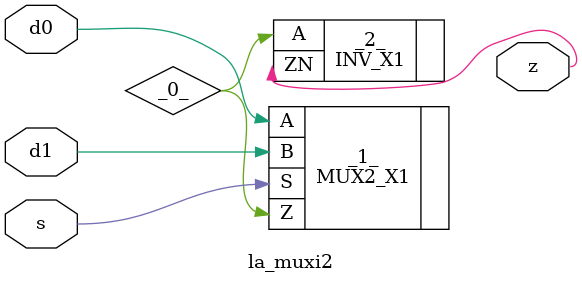
<source format=v>

/* Generated by Yosys 0.44 (git sha1 80ba43d26, g++ 11.4.0-1ubuntu1~22.04 -fPIC -O3) */

(* top =  1  *)
(* src = "inputs/la_muxi2.v:10.1-21.10" *)
module la_muxi2 (
    d0,
    d1,
    s,
    z
);
  wire _0_;
  (* src = "inputs/la_muxi2.v:13.12-13.14" *)
  input d0;
  wire d0;
  (* src = "inputs/la_muxi2.v:14.12-14.14" *)
  input d1;
  wire d1;
  (* src = "inputs/la_muxi2.v:15.12-15.13" *)
  input s;
  wire s;
  (* src = "inputs/la_muxi2.v:16.12-16.13" *)
  output z;
  wire z;
  MUX2_X1 _1_ (
      .A(d0),
      .B(d1),
      .S(s),
      .Z(_0_)
  );
  INV_X1 _2_ (
      .A (_0_),
      .ZN(z)
  );
endmodule

</source>
